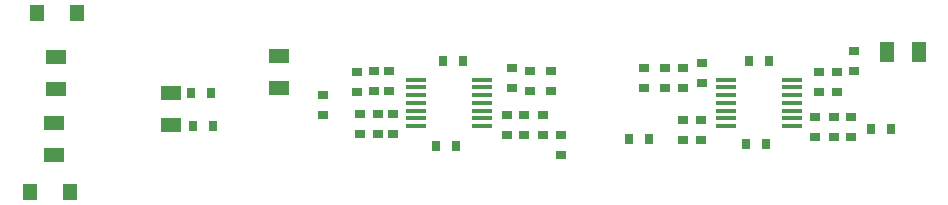
<source format=gtp>
G04 Layer: TopPasteMaskLayer*
G04 EasyEDA v6.5.51, 2025-08-29 13:17:01*
G04 9dbd3623970045be9e5ad1379a4f5d38,14c8f2514d444a3a831de9b613ea4171,10*
G04 Gerber Generator version 0.2*
G04 Scale: 100 percent, Rotated: No, Reflected: No *
G04 Dimensions in millimeters *
G04 leading zeros omitted , absolute positions ,4 integer and 5 decimal *
%FSLAX45Y45*%
%MOMM*%

%ADD10R,0.9000X0.7000*%
%ADD11R,0.7000X0.9000*%
%ADD12R,1.8000X1.1500*%
%ADD13R,1.1500X1.8000*%
%ADD14R,1.2000X1.4000*%
%ADD15R,0.0110X1.4000*%
%ADD16R,1.7000X0.4000*%

%LPD*%
D10*
G01*
X7810474Y-1057986D03*
G01*
X7810474Y-1227988D03*
G01*
X7835874Y-846988D03*
G01*
X7835874Y-676986D03*
D11*
G01*
X7065086Y-1282700D03*
G01*
X7235088Y-1282700D03*
G01*
X7090486Y-584200D03*
G01*
X7260488Y-584200D03*
D10*
G01*
X6527800Y-808888D03*
G01*
X6527800Y-638886D03*
G01*
X6527800Y-1083386D03*
G01*
X6527800Y-1253388D03*
G01*
X5180507Y-1040993D03*
G01*
X5180507Y-1210995D03*
G01*
X5232400Y-834288D03*
G01*
X5232400Y-664286D03*
D11*
G01*
X4669688Y-584200D03*
G01*
X4499686Y-584200D03*
G01*
X4605096Y-1303781D03*
G01*
X4435093Y-1303781D03*
D10*
G01*
X3911600Y-834288D03*
G01*
X3911600Y-664286D03*
G01*
X3949700Y-1032586D03*
G01*
X3949700Y-1202588D03*
D12*
G01*
X3111500Y-808101D03*
G01*
X3111500Y-538098D03*
G01*
X1219200Y-820801D03*
G01*
X1219200Y-550798D03*
D13*
G01*
X8259673Y-508000D03*
G01*
X8529675Y-508000D03*
D12*
G01*
X1206500Y-1379601D03*
G01*
X1206500Y-1109598D03*
G01*
X2197100Y-1125601D03*
G01*
X2197100Y-855598D03*
D14*
G01*
X1401902Y-177800D03*
G01*
X1061897Y-177800D03*
G01*
X998397Y-1689100D03*
G01*
X1338402Y-1689100D03*
D11*
G01*
X2536088Y-850900D03*
G01*
X2366086Y-850900D03*
G01*
X2548788Y-1130300D03*
G01*
X2378786Y-1130300D03*
D10*
G01*
X7645374Y-1227988D03*
G01*
X7645374Y-1057986D03*
G01*
X7683474Y-676986D03*
G01*
X7683474Y-846988D03*
D11*
G01*
X8119186Y-1155700D03*
G01*
X8289188Y-1155700D03*
D10*
G01*
X7950174Y-1057986D03*
G01*
X7950174Y-1227988D03*
G01*
X7975574Y-499211D03*
G01*
X7975574Y-669188D03*
G01*
X6692900Y-600786D03*
G01*
X6692900Y-770788D03*
G01*
X6680200Y-1253388D03*
G01*
X6680200Y-1083386D03*
G01*
X6197600Y-808888D03*
G01*
X6197600Y-638886D03*
G01*
X6375400Y-808888D03*
G01*
X6375400Y-638886D03*
D11*
G01*
X6074486Y-1244600D03*
G01*
X6244488Y-1244600D03*
D10*
G01*
X5040807Y-1210995D03*
G01*
X5040807Y-1040993D03*
G01*
X5080000Y-638886D03*
G01*
X5080000Y-808888D03*
G01*
X5499100Y-1210386D03*
G01*
X5499100Y-1380388D03*
G01*
X5345607Y-1040993D03*
G01*
X5345607Y-1210995D03*
G01*
X5410200Y-664286D03*
G01*
X5410200Y-834288D03*
G01*
X4038600Y-664286D03*
G01*
X4038600Y-834288D03*
G01*
X4076700Y-1202588D03*
G01*
X4076700Y-1032586D03*
G01*
X3479800Y-867486D03*
G01*
X3479800Y-1037488D03*
G01*
X3771900Y-846988D03*
G01*
X3771900Y-676986D03*
G01*
X3797300Y-1032586D03*
G01*
X3797300Y-1202588D03*
D16*
G01*
X7454417Y-1130477D03*
G01*
X7454417Y-1065479D03*
G01*
X7454417Y-1000480D03*
G01*
X7454417Y-935481D03*
G01*
X7454417Y-870483D03*
G01*
X7454417Y-805484D03*
G01*
X7454417Y-740486D03*
G01*
X6894398Y-740486D03*
G01*
X6894398Y-805484D03*
G01*
X6894398Y-870483D03*
G01*
X6894398Y-935481D03*
G01*
X6894398Y-1000480D03*
G01*
X6894398Y-1065479D03*
G01*
X6894398Y-1130477D03*
G01*
X4825517Y-1130477D03*
G01*
X4825517Y-1065479D03*
G01*
X4825517Y-1000480D03*
G01*
X4825517Y-935481D03*
G01*
X4825517Y-870483D03*
G01*
X4825517Y-805484D03*
G01*
X4825517Y-740486D03*
G01*
X4265498Y-740486D03*
G01*
X4265498Y-805484D03*
G01*
X4265498Y-870483D03*
G01*
X4265498Y-935481D03*
G01*
X4265498Y-1000480D03*
G01*
X4265498Y-1065479D03*
G01*
X4265498Y-1130477D03*
M02*

</source>
